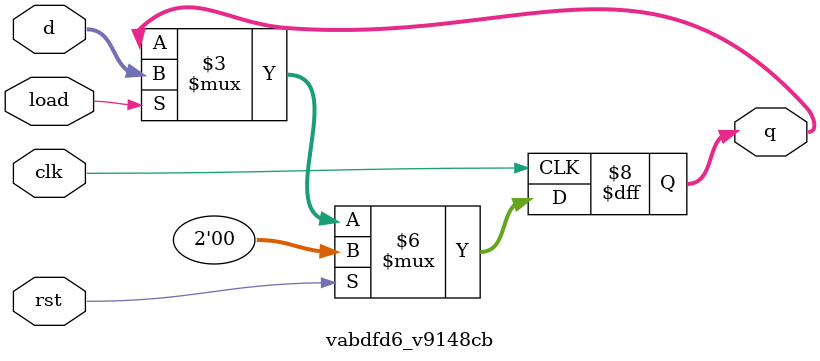
<source format=v>

`default_nettype none

module main #(
 parameter v2114be = 1,
 parameter v56130b = 1,
 parameter v4bafd0 = 2,
 parameter v4bfbee = 2,
 parameter vb97fc2 = 0,
 parameter v6725bc = 0,
 parameter v8d117e = 1,
 parameter vf32f30 = 1,
 parameter v57e811 = "v57e811.list",
 parameter v4ca317 = "v4ca317.list",
 parameter v89da20 = 240000-1
) (
 input vf5eb20,
 input vb5a0bc,
 input vb47e3e,
 input vd59c6a,
 input vfa88c0,
 input vclk,
 output v4adeba,
 output [3:0] v88719b,
 output vab6266,
 output [0:3] vinit
);
 localparam p0 = v89da20;
 localparam p8 = v57e811;
 localparam p14 = v2114be;
 localparam p15 = v56130b;
 localparam p17 = v2114be;
 localparam p18 = v56130b;
 localparam p20 = v2114be;
 localparam p21 = v56130b;
 localparam p23 = v2114be;
 localparam p24 = v56130b;
 localparam p26 = v4ca317;
 localparam p27 = v4bafd0;
 localparam p28 = vb97fc2;
 localparam p29 = v8d117e;
 localparam p31 = v4bfbee;
 localparam p32 = v6725bc;
 localparam p33 = vf32f30;
 wire [0:19] w1;
 wire w2;
 wire [0:19] w3;
 wire w4;
 wire [0:19] w5;
 wire [0:19] w6;
 wire [0:19] w7;
 wire w9;
 wire w10;
 wire w11;
 wire w12;
 wire w13;
 wire w16;
 wire w19;
 wire w22;
 wire [0:3] w25;
 wire [0:1] w30;
 wire [0:1] w34;
 wire w35;
 wire w36;
 wire w37;
 wire w38;
 wire w39;
 wire w40;
 wire w41;
 wire w42;
 wire w43;
 wire w44;
 wire w45;
 wire w46;
 wire w47;
 wire [0:3] w48;
 wire [0:3] w49;
 wire w50;
 assign v4adeba = w2;
 assign vab6266 = w4;
 assign w13 = vf5eb20;
 assign w16 = vb5a0bc;
 assign w19 = vd59c6a;
 assign w22 = vfa88c0;
 assign v88719b = w25;
 assign w35 = vb47e3e;
 assign w38 = vclk;
 assign w39 = vclk;
 assign w40 = vclk;
 assign w41 = vclk;
 assign w42 = vclk;
 assign w43 = vclk;
 assign w44 = vclk;
 assign w5 = w3;
 assign w37 = w36;
 assign w39 = w38;
 assign w40 = w38;
 assign w40 = w39;
 assign w41 = w38;
 assign w41 = w39;
 assign w41 = w40;
 assign w42 = w38;
 assign w42 = w39;
 assign w42 = w40;
 assign w42 = w41;
 assign w43 = w38;
 assign w43 = w39;
 assign w43 = w40;
 assign w43 = w41;
 assign w43 = w42;
 assign w44 = w38;
 assign w44 = w39;
 assign w44 = w40;
 assign w44 = w41;
 assign w44 = w42;
 assign w44 = w43;
 assign w48 = w25;
 assign w49 = w25;
 assign w49 = w48;
 v95d0ae #(
  .vc5c8ea(p0)
 ) v93cc1c (
  .v2531bd(w1)
 );
 v82aaa0 v0b7853 (
  .vb2cfec(w1),
  .vb319d4(w3),
  .v6dda25(w38)
 );
 v1bc657 v610f98 (
  .v4642b6(w2),
  .v0e4f6c(w3),
  .v0a4fd8(w6)
 );
 v1bc657 vbd0afc (
  .v4642b6(w4),
  .v0e4f6c(w5),
  .v0a4fd8(w7)
 );
 ve2cdb0 #(
  .vb36a78(p8)
 ) v65d18b (
  .vfde47f(w6),
  .v851180(w48)
 );
 ve2cdb0 #(
  .vb36a78(p26)
 ) v73d4e9 (
  .vfde47f(w7),
  .v851180(w49)
 );
 v84f0a1 vd747a1 (
  .vd84a57(w9),
  .vf8041d(w10),
  .vee8a83(w11),
  .v03aaf0(w12),
  .v11bca5(w25)
 );
 v0dbcb9 v241234 (
  .v3f8943(w9),
  .v64d863(w10),
  .v8b19dd(w30)
 );
 v0dbcb9 v70900d (
  .v3f8943(w11),
  .v64d863(w12),
  .v8b19dd(w34)
 );
 v888484 #(
  .v9d2d5b(p14),
  .v42e61f(p15)
 ) vf812ff (
  .vd9601b(w13),
  .vfde3d7(w39),
  .v64879c(w45)
 );
 v888484 #(
  .v9d2d5b(p17),
  .v42e61f(p18)
 ) v09fc70 (
  .vd9601b(w16),
  .vfde3d7(w40),
  .v64879c(w47)
 );
 v888484 #(
  .v9d2d5b(p20),
  .v42e61f(p21)
 ) vdde0e5 (
  .vd9601b(w19),
  .vfde3d7(w41),
  .v64879c(w46)
 );
 v888484 #(
  .v9d2d5b(p23),
  .v42e61f(p24)
 ) v61e9ab (
  .vd9601b(w22),
  .vfde3d7(w42),
  .v64879c(w50)
 );
 v5a86f8 #(
  .v7245c7(p27),
  .vd63c4a(p28),
  .v4365a5(p29)
 ) v44e8ff (
  .v585e5b(w30),
  .v83e697(w36),
  .v64da9b(w43),
  .v27dec4(w46),
  .v7e359d(w50)
 );
 v5a86f8 #(
  .v7245c7(p31),
  .vd63c4a(p32),
  .v4365a5(p33)
 ) vdb54dd (
  .v585e5b(w34),
  .v83e697(w37),
  .v64da9b(w44),
  .v7e359d(w45),
  .v27dec4(w47)
 );
 v3676a0 vc4b84c (
  .v0e28cb(w35),
  .vcbab45(w36)
 );
 assign vinit = 4'b0000;
endmodule

//---- Top entity
module v95d0ae #(
 parameter vc5c8ea = 0
) (
 output [19:0] v2531bd
);
 localparam p0 = vc5c8ea;
 wire [0:19] w1;
 assign v2531bd = w1;
 v95d0ae_v465065 #(
  .VALUE(p0)
 ) v465065 (
  .k(w1)
 );
endmodule

//---------------------------------------------------
//-- 20-bits-gen-constant
//-- - - - - - - - - - - - - - - - - - - - - - - - --
//-- Generic: 20-bits generic constant
//---------------------------------------------------

module v95d0ae_v465065 #(
 parameter VALUE = 0
) (
 output [19:0] k
);
 assign k = VALUE;
endmodule
//---- Top entity
module v82aaa0 (
 input v6dda25,
 input [19:0] vb2cfec,
 output [19:0] vb319d4,
 output ve37344
);
 wire [0:19] w0;
 wire w1;
 wire [0:19] w2;
 wire [0:19] w3;
 wire w4;
 wire w5;
 assign w1 = v6dda25;
 assign vb319d4 = w2;
 assign w3 = vb2cfec;
 assign ve37344 = w4;
 assign w2 = w0;
 assign w5 = w4;
 v2d3c65 v55c934 (
  .v545b15(w0),
  .v6dda25(w1),
  .ve556f1(w5)
 );
 vb9ddd5 v90643f (
  .v07eb94(w0),
  .vdb40a4(w3),
  .v4642b6(w4)
 );
endmodule

//---------------------------------------------------
//-- syscounter-M-20bits
//-- - - - - - - - - - - - - - - - - - - - - - - - --
//-- syscounter-M-20-bits: 2-bits Module M Syscounter
//---------------------------------------------------
//---- Top entity
module v2d3c65 (
 input v6dda25,
 input ve556f1,
 output [19:0] v545b15,
 output ve37344
);
 wire w0;
 wire [0:19] w1;
 wire [0:19] w2;
 wire w3;
 wire [0:19] w4;
 wire w5;
 assign w0 = ve556f1;
 assign w3 = v6dda25;
 assign v545b15 = w4;
 assign ve37344 = w5;
 assign w4 = w1;
 v8c6884 vfba29e (
  .v782748(w0),
  .v1be022(w1),
  .vf06540(w2),
  .v6dda25(w3)
 );
 vd98b4e v91c0a7 (
  .v4ad898(w1),
  .vd1d627(w2),
  .v4642b6(w5)
 );
endmodule

//---------------------------------------------------
//-- syscounter-rst-16bits CLONE
//-- - - - - - - - - - - - - - - - - - - - - - - - --
//-- 16-bits Syscounter with reset
//---------------------------------------------------
//---- Top entity
module v8c6884 (
 input v6dda25,
 input v782748,
 input [19:0] vf06540,
 output [19:0] v1be022
);
 wire [0:19] w0;
 wire [0:15] w1;
 wire [0:3] w2;
 wire [0:19] w3;
 wire [0:3] w4;
 wire [0:15] w5;
 wire w6;
 wire w7;
 wire w8;
 wire w9;
 assign w0 = vf06540;
 assign v1be022 = w3;
 assign w6 = v6dda25;
 assign w7 = v6dda25;
 assign w8 = v782748;
 assign w9 = v782748;
 assign w7 = w6;
 assign w9 = w8;
 v5c75f6 v9f7443 (
  .v4de61b(w2),
  .v50034e(w4),
  .v6dda25(w6),
  .v782748(w8)
 );
 vafdfd8 vae4b72 (
  .v0bc190(w0),
  .vb68a0b(w1),
  .vd8e8a3(w2)
 );
 vbc711b v5796e0 (
  .vc320da(w1),
  .v3f90b8(w5),
  .v6dda25(w7),
  .v782748(w9)
 );
 vdecca3 v0ddafc (
  .v2e2bd0(w3),
  .v55cd06(w4),
  .vbf8961(w5)
 );
endmodule

//---------------------------------------------------
//-- DFF-rst-x20
//-- - - - - - - - - - - - - - - - - - - - - - - - --
//-- DFF-rst-x20: 20 D flip-flops in paralell with reset
//---------------------------------------------------
//---- Top entity
module v5c75f6 (
 input v6dda25,
 input v782748,
 input [3:0] v4de61b,
 output [3:0] v50034e
);
 wire w0;
 wire w1;
 wire w2;
 wire w3;
 wire w4;
 wire w5;
 wire [0:3] w6;
 wire [0:3] w7;
 wire w8;
 wire w9;
 wire w10;
 wire w11;
 wire w12;
 wire w13;
 wire w14;
 wire w15;
 wire w16;
 wire w17;
 assign w6 = v4de61b;
 assign v50034e = w7;
 assign w10 = v6dda25;
 assign w11 = v6dda25;
 assign w12 = v6dda25;
 assign w13 = v6dda25;
 assign w14 = v782748;
 assign w15 = v782748;
 assign w16 = v782748;
 assign w17 = v782748;
 assign w11 = w10;
 assign w12 = w10;
 assign w12 = w11;
 assign w13 = w10;
 assign w13 = w11;
 assign w13 = w12;
 assign w15 = w14;
 assign w16 = w14;
 assign w16 = w15;
 assign w17 = w14;
 assign w17 = w15;
 assign w17 = w16;
 vc4f23a v4b1225 (
  .v3f8943(w2),
  .v64d863(w3),
  .vda577d(w4),
  .v985fcb(w6),
  .v4f1fd3(w8)
 );
 v84f0a1 v6491fd (
  .v03aaf0(w0),
  .vee8a83(w1),
  .vf8041d(w5),
  .v11bca5(w7),
  .vd84a57(w9)
 );
 v2be0f8 v10a04f (
  .v4642b6(w0),
  .vf354ee(w3),
  .vd53b77(w13),
  .v27dec4(w17)
 );
 v2be0f8 v7d9648 (
  .v4642b6(w1),
  .vf354ee(w2),
  .vd53b77(w12),
  .v27dec4(w16)
 );
 v2be0f8 v004b14 (
  .vf354ee(w4),
  .v4642b6(w5),
  .vd53b77(w11),
  .v27dec4(w15)
 );
 v2be0f8 v8aa818 (
  .vf354ee(w8),
  .v4642b6(w9),
  .vd53b77(w10),
  .v27dec4(w14)
 );
endmodule

//---------------------------------------------------
//-- DFF-rst-x04
//-- - - - - - - - - - - - - - - - - - - - - - - - --
//-- DFF-rst-x04: Three D flip-flops in paralell with reset
//---------------------------------------------------
//---- Top entity
module vc4f23a (
 input [3:0] v985fcb,
 output v4f1fd3,
 output vda577d,
 output v3f8943,
 output v64d863
);
 wire w0;
 wire w1;
 wire w2;
 wire w3;
 wire [0:3] w4;
 assign v3f8943 = w0;
 assign v64d863 = w1;
 assign vda577d = w2;
 assign v4f1fd3 = w3;
 assign w4 = v985fcb;
 vc4f23a_v9a2a06 v9a2a06 (
  .o1(w0),
  .o0(w1),
  .o2(w2),
  .o3(w3),
  .i(w4)
 );
endmodule

//---------------------------------------------------
//-- Bus4-Split-all
//-- - - - - - - - - - - - - - - - - - - - - - - - --
//-- Bus4-Split-all: Split the 4-bits bus into its wires
//---------------------------------------------------

module vc4f23a_v9a2a06 (
 input [3:0] i,
 output o3,
 output o2,
 output o1,
 output o0
);
 assign o3 = i[3];
 assign o2 = i[2];
 assign o1 = i[1];
 assign o0 = i[0];
endmodule
//---- Top entity
module v84f0a1 (
 input vd84a57,
 input vf8041d,
 input vee8a83,
 input v03aaf0,
 output [3:0] v11bca5
);
 wire w0;
 wire w1;
 wire w2;
 wire w3;
 wire [0:3] w4;
 assign w0 = vee8a83;
 assign w1 = v03aaf0;
 assign w2 = vf8041d;
 assign w3 = vd84a57;
 assign v11bca5 = w4;
 v84f0a1_v9a2a06 v9a2a06 (
  .i1(w0),
  .i0(w1),
  .i2(w2),
  .i3(w3),
  .o(w4)
 );
endmodule

//---------------------------------------------------
//-- Bus4-Join-all
//-- - - - - - - - - - - - - - - - - - - - - - - - --
//-- Bus4-Join-all: Join all the wires into a 4-bits Bus
//---------------------------------------------------

module v84f0a1_v9a2a06 (
 input i3,
 input i2,
 input i1,
 input i0,
 output [3:0] o
);
 assign o = {i3, i2, i1, i0};
 
endmodule
//---- Top entity
module v2be0f8 #(
 parameter vbd3217 = 0
) (
 input vd53b77,
 input v27dec4,
 input vf354ee,
 output v4642b6
);
 localparam p5 = vbd3217;
 wire w0;
 wire w1;
 wire w2;
 wire w3;
 wire w4;
 wire w6;
 assign w2 = v27dec4;
 assign w3 = vf354ee;
 assign v4642b6 = w4;
 assign w6 = vd53b77;
 v3676a0 v7539bf (
  .vcbab45(w1),
  .v0e28cb(w2)
 );
 vba518e vfe8158 (
  .vcbab45(w0),
  .v0e28cb(w1),
  .v3ca442(w3)
 );
 v053dc2 #(
  .v71e305(p5)
 ) vd104a4 (
  .vf54559(w0),
  .ve8318d(w4),
  .va4102a(w6)
 );
endmodule

//---------------------------------------------------
//-- DFF-rst-x01
//-- - - - - - - - - - - - - - - - - - - - - - - - --
//-- DFF-rst-x01: D Flip flop with reset input. When rst=1, the DFF is 0
//---------------------------------------------------
//---- Top entity
module v3676a0 (
 input v0e28cb,
 output vcbab45
);
 wire w0;
 wire w1;
 assign w0 = v0e28cb;
 assign vcbab45 = w1;
 v3676a0_vd54ca1 vd54ca1 (
  .a(w0),
  .q(w1)
 );
endmodule

//---------------------------------------------------
//-- NOT
//-- - - - - - - - - - - - - - - - - - - - - - - - --
//-- NOT gate (Verilog implementation)
//---------------------------------------------------

module v3676a0_vd54ca1 (
 input a,
 output q
);
 //-- NOT Gate
 assign q = ~a;
 
 
endmodule
//---- Top entity
module vba518e (
 input v0e28cb,
 input v3ca442,
 output vcbab45
);
 wire w0;
 wire w1;
 wire w2;
 assign w0 = v0e28cb;
 assign w1 = v3ca442;
 assign vcbab45 = w2;
 vba518e_vf4938a vf4938a (
  .a(w0),
  .b(w1),
  .c(w2)
 );
endmodule

//---------------------------------------------------
//-- AND2
//-- - - - - - - - - - - - - - - - - - - - - - - - --
//-- Two bits input And gate
//---------------------------------------------------

module vba518e_vf4938a (
 input a,
 input b,
 output c
);
 //-- AND gate
 //-- Verilog implementation
 
 assign c = a & b;
 
endmodule
//---- Top entity
module v053dc2 #(
 parameter v71e305 = 0
) (
 input va4102a,
 input vf54559,
 output ve8318d
);
 localparam p2 = v71e305;
 wire w0;
 wire w1;
 wire w3;
 assign w0 = va4102a;
 assign ve8318d = w1;
 assign w3 = vf54559;
 v053dc2_vb8adf8 #(
  .INI(p2)
 ) vb8adf8 (
  .clk(w0),
  .q(w1),
  .d(w3)
 );
endmodule

//---------------------------------------------------
//-- DFF
//-- - - - - - - - - - - - - - - - - - - - - - - - --
//-- D Flip-flop (verilog implementation)
//---------------------------------------------------

module v053dc2_vb8adf8 #(
 parameter INI = 0
) (
 input clk,
 input d,
 output q
);
 //-- Initial value
 reg q = INI;
 
 //-- Capture the input data  
 //-- on the rising edge of  
 //-- the system clock
 always @(posedge clk)
   q <= d;
endmodule
//---- Top entity
module vafdfd8 (
 input [19:0] v0bc190,
 output [3:0] vd8e8a3,
 output [15:0] vb68a0b
);
 wire [0:15] w0;
 wire [0:3] w1;
 wire [0:19] w2;
 assign vb68a0b = w0;
 assign vd8e8a3 = w1;
 assign w2 = v0bc190;
 vafdfd8_v9a2a06 v9a2a06 (
  .o0(w0),
  .o1(w1),
  .i(w2)
 );
endmodule

//---------------------------------------------------
//-- Bus20-Split-4-16
//-- - - - - - - - - - - - - - - - - - - - - - - - --
//-- Bus20-Split-4-16: Split the 20-bits bus into two buses of 4 and 16 wires
//---------------------------------------------------

module vafdfd8_v9a2a06 (
 input [19:0] i,
 output [3:0] o1,
 output [15:0] o0
);
 assign o1 = i[19:16];
 assign o0 = i[15:0];
endmodule
//---- Top entity
module vbc711b (
 input v6dda25,
 input v782748,
 input [15:0] vc320da,
 output [15:0] v3f90b8
);
 wire [0:15] w0;
 wire [0:15] w1;
 wire [0:3] w2;
 wire [0:3] w3;
 wire [0:3] w4;
 wire [0:3] w5;
 wire [0:3] w6;
 wire [0:3] w7;
 wire [0:3] w8;
 wire [0:3] w9;
 wire w10;
 wire w11;
 wire w12;
 wire w13;
 wire w14;
 wire w15;
 wire w16;
 wire w17;
 assign w0 = vc320da;
 assign v3f90b8 = w1;
 assign w10 = v6dda25;
 assign w11 = v6dda25;
 assign w12 = v6dda25;
 assign w13 = v6dda25;
 assign w14 = v782748;
 assign w15 = v782748;
 assign w16 = v782748;
 assign w17 = v782748;
 assign w11 = w10;
 assign w12 = w10;
 assign w12 = w11;
 assign w13 = w10;
 assign w13 = w11;
 assign w13 = w12;
 assign w15 = w14;
 assign w16 = w14;
 assign w16 = w15;
 assign w17 = w14;
 assign w17 = w15;
 assign w17 = w16;
 v5c75f6 vbdef88 (
  .v4de61b(w2),
  .v50034e(w6),
  .v6dda25(w13),
  .v782748(w17)
 );
 v5c75f6 v6188f9 (
  .v4de61b(w3),
  .v50034e(w7),
  .v6dda25(w12),
  .v782748(w16)
 );
 v852bc8 vd47660 (
  .v91b9c1(w0),
  .v527ffb(w2),
  .v71a717(w3),
  .v0b337e(w4),
  .vfc89f9(w5)
 );
 v401a28 v3ef916 (
  .v14a530(w1),
  .vcc76e8(w6),
  .vd531e6(w7),
  .v7ef7d6(w8),
  .v1447f2(w9)
 );
 v5c75f6 v9f7443 (
  .v4de61b(w4),
  .v50034e(w8),
  .v6dda25(w11),
  .v782748(w15)
 );
 v5c75f6 vd2d6b6 (
  .v4de61b(w5),
  .v50034e(w9),
  .v6dda25(w10),
  .v782748(w14)
 );
endmodule

//---------------------------------------------------
//-- DFF-rst-x16
//-- - - - - - - - - - - - - - - - - - - - - - - - --
//-- DFF-rst-x16: 16 D flip-flops in paralell with reset
//---------------------------------------------------
//---- Top entity
module v852bc8 (
 input [15:0] v91b9c1,
 output [3:0] vfc89f9,
 output [3:0] v0b337e,
 output [3:0] v71a717,
 output [3:0] v527ffb
);
 wire [0:15] w0;
 wire [0:3] w1;
 wire [0:3] w2;
 wire [0:3] w3;
 wire [0:3] w4;
 assign w0 = v91b9c1;
 assign v527ffb = w1;
 assign v71a717 = w2;
 assign v0b337e = w3;
 assign vfc89f9 = w4;
 v852bc8_v9a2a06 v9a2a06 (
  .i(w0),
  .o0(w1),
  .o1(w2),
  .o2(w3),
  .o3(w4)
 );
endmodule

//---------------------------------------------------
//-- Bus16-Split-quarter
//-- - - - - - - - - - - - - - - - - - - - - - - - --
//-- Bus16-Split-quarter: Split the 16-bits bus into four buses of the same size
//---------------------------------------------------

module v852bc8_v9a2a06 (
 input [15:0] i,
 output [3:0] o3,
 output [3:0] o2,
 output [3:0] o1,
 output [3:0] o0
);
 assign o3 = i[15:12];
 assign o2 = i[11:8];
 assign o1 = i[7:4];
 assign o0 = i[3:0];
endmodule
//---- Top entity
module v401a28 (
 input [3:0] v1447f2,
 input [3:0] v7ef7d6,
 input [3:0] vd531e6,
 input [3:0] vcc76e8,
 output [15:0] v14a530
);
 wire [0:15] w0;
 wire [0:3] w1;
 wire [0:3] w2;
 wire [0:3] w3;
 wire [0:3] w4;
 assign v14a530 = w0;
 assign w1 = vcc76e8;
 assign w2 = vd531e6;
 assign w3 = v7ef7d6;
 assign w4 = v1447f2;
 v401a28_v9a2a06 v9a2a06 (
  .o(w0),
  .i0(w1),
  .i1(w2),
  .i2(w3),
  .i3(w4)
 );
endmodule

//---------------------------------------------------
//-- Bus16-Join-quarter
//-- - - - - - - - - - - - - - - - - - - - - - - - --
//-- Bus16-Join-quarter: Join the four same buses into an 16-bits Bus
//---------------------------------------------------

module v401a28_v9a2a06 (
 input [3:0] i3,
 input [3:0] i2,
 input [3:0] i1,
 input [3:0] i0,
 output [15:0] o
);
 assign o = {i3, i2, i1, i0};
 
endmodule
//---- Top entity
module vdecca3 (
 input [3:0] v55cd06,
 input [15:0] vbf8961,
 output [19:0] v2e2bd0
);
 wire [0:19] w0;
 wire [0:15] w1;
 wire [0:3] w2;
 assign v2e2bd0 = w0;
 assign w1 = vbf8961;
 assign w2 = v55cd06;
 vdecca3_v9a2a06 v9a2a06 (
  .o(w0),
  .i0(w1),
  .i1(w2)
 );
endmodule

//---------------------------------------------------
//-- Bus20-Join-4-16
//-- - - - - - - - - - - - - - - - - - - - - - - - --
//-- Bus20-Join-half: Join the two buses into an 20-bits Bus
//---------------------------------------------------

module vdecca3_v9a2a06 (
 input [3:0] i1,
 input [15:0] i0,
 output [19:0] o
);
 assign o = {i1, i0};
 
endmodule
//---- Top entity
module vd98b4e #(
 parameter v6c5139 = 1
) (
 input [19:0] v4ad898,
 output v4642b6,
 output [19:0] vd1d627
);
 localparam p1 = v6c5139;
 wire w0;
 wire [0:19] w2;
 wire [0:19] w3;
 assign v4642b6 = w0;
 assign w2 = v4ad898;
 assign vd1d627 = w3;
 vf09b6a #(
  .vd73390(p1)
 ) v13dd2b (
  .v4642b6(w0),
  .vf0a425(w2),
  .va63e91(w3)
 );
endmodule

//---------------------------------------------------
//-- Inc1-20bits
//-- - - - - - - - - - - - - - - - - - - - - - - - --
//-- Inc1-20bit: Increment a 20-bits number by one
//---------------------------------------------------
//---- Top entity
module vf09b6a #(
 parameter vd73390 = 0
) (
 input [19:0] vf0a425,
 output v4642b6,
 output [19:0] va63e91
);
 localparam p1 = vd73390;
 wire w0;
 wire [0:19] w2;
 wire [0:19] w3;
 wire [0:19] w4;
 assign v4642b6 = w0;
 assign w3 = vf0a425;
 assign va63e91 = w4;
 v4e3dc9 vb19a98 (
  .v4642b6(w0),
  .ve4715b(w2),
  .v4895ee(w3),
  .vd66696(w4)
 );
 v95d0ae #(
  .vc5c8ea(p1)
 ) v1ff9a2 (
  .v2531bd(w2)
 );
endmodule

//---------------------------------------------------
//-- AdderK-16bits CLONE
//-- - - - - - - - - - - - - - - - - - - - - - - - --
//-- AdderK-16bit: Adder of 16-bit operand and 16-bit constant
//---------------------------------------------------
//---- Top entity
module v4e3dc9 (
 input [19:0] ve4715b,
 input [19:0] v4895ee,
 output v4642b6,
 output [19:0] vd66696
);
 wire w0;
 wire [0:7] w1;
 wire [0:7] w2;
 wire [0:11] w3;
 wire [0:19] w4;
 wire [0:19] w5;
 wire [0:11] w6;
 wire w7;
 wire w8;
 wire [0:3] w9;
 wire [0:15] w10;
 wire [0:19] w11;
 wire [0:3] w12;
 wire [0:3] w13;
 wire [0:7] w14;
 wire [0:7] w15;
 wire [0:7] w16;
 wire [0:7] w17;
 assign w4 = v4895ee;
 assign w5 = ve4715b;
 assign v4642b6 = w8;
 assign vd66696 = w11;
 vcb23aa v8e0bba (
  .v4642b6(w0),
  .v62bf25(w2),
  .v39966a(w16),
  .veb2f59(w17)
 );
 vc3c498 v917bbf (
  .vb9cfc3(w0),
  .veeaa8e(w1),
  .v4642b6(w7),
  .v45c6ee(w14),
  .v20212e(w15)
 );
 v8cc49c v03c3e3 (
  .vb334ae(w1),
  .v2b8a97(w2),
  .v14a530(w10)
 );
 v0f6c39 v672b5a (
  .vb09d88(w3),
  .v0bc190(w4),
  .ve1a6e8(w17)
 );
 vc97ea6 v91419d (
  .v1215c2(w3),
  .v51ed6c(w13),
  .vc673c0(w15)
 );
 v0f6c39 vc7e44e (
  .v0bc190(w5),
  .vb09d88(w6),
  .ve1a6e8(w16)
 );
 vc97ea6 vda03c3 (
  .v1215c2(w6),
  .v51ed6c(w12),
  .vc673c0(w14)
 );
 va1ce30 v32065a (
  .vb9cfc3(w7),
  .v4642b6(w8),
  .v817794(w9),
  .v0550b6(w12),
  .v24708e(w13)
 );
 vdecca3 v23cb4f (
  .v55cd06(w9),
  .vbf8961(w10),
  .v2e2bd0(w11)
 );
endmodule

//---------------------------------------------------
//-- Adder-20bits
//-- - - - - - - - - - - - - - - - - - - - - - - - --
//-- Adder-20bits: Adder of two operands of 20 bits
//---------------------------------------------------
//---- Top entity
module vcb23aa (
 input [7:0] v39966a,
 input [7:0] veb2f59,
 output v4642b6,
 output [7:0] v62bf25
);
 wire [0:7] w0;
 wire [0:7] w1;
 wire [0:3] w2;
 wire [0:3] w3;
 wire [0:7] w4;
 wire w5;
 wire w6;
 wire [0:3] w7;
 wire [0:3] w8;
 wire [0:3] w9;
 wire [0:3] w10;
 assign w0 = veb2f59;
 assign w1 = v39966a;
 assign v62bf25 = w4;
 assign v4642b6 = w5;
 v6bdcd9 vd88c66 (
  .vcc8c7c(w0),
  .v651522(w9),
  .v2cc41f(w10)
 );
 v6bdcd9 v26a0bb (
  .vcc8c7c(w1),
  .v651522(w7),
  .v2cc41f(w8)
 );
 v25966b v9ea427 (
  .v817794(w3),
  .v4642b6(w6),
  .v0550b6(w8),
  .v24708e(w10)
 );
 vafb28f vc75346 (
  .v515fe7(w2),
  .v3c88fc(w3),
  .va9ac17(w4)
 );
 va1ce30 v40c17f (
  .v817794(w2),
  .v4642b6(w5),
  .vb9cfc3(w6),
  .v0550b6(w7),
  .v24708e(w9)
 );
endmodule

//---------------------------------------------------
//-- Adder-8bits
//-- - - - - - - - - - - - - - - - - - - - - - - - --
//-- Adder-8bits: Adder of two operands of 8 bits
//---------------------------------------------------
//---- Top entity
module v6bdcd9 (
 input [7:0] vcc8c7c,
 output [3:0] v651522,
 output [3:0] v2cc41f
);
 wire [0:3] w0;
 wire [0:3] w1;
 wire [0:7] w2;
 assign v651522 = w0;
 assign v2cc41f = w1;
 assign w2 = vcc8c7c;
 v6bdcd9_v9a2a06 v9a2a06 (
  .o1(w0),
  .o0(w1),
  .i(w2)
 );
endmodule

//---------------------------------------------------
//-- Bus8-Split-half
//-- - - - - - - - - - - - - - - - - - - - - - - - --
//-- Bus8-Split-half: Split the 8-bits bus into two buses of the same size
//---------------------------------------------------

module v6bdcd9_v9a2a06 (
 input [7:0] i,
 output [3:0] o1,
 output [3:0] o0
);
 assign o1 = i[7:4];
 assign o0 = i[3:0];
endmodule
//---- Top entity
module v25966b (
 input [3:0] v0550b6,
 input [3:0] v24708e,
 output v4642b6,
 output [3:0] v817794
);
 wire w0;
 wire w1;
 wire w2;
 wire w3;
 wire w4;
 wire [0:3] w5;
 wire [0:3] w6;
 wire [0:3] w7;
 wire w8;
 wire w9;
 wire w10;
 wire w11;
 wire w12;
 wire w13;
 wire w14;
 wire w15;
 wire w16;
 wire w17;
 wire w18;
 assign w5 = v24708e;
 assign w6 = v0550b6;
 assign v817794 = w7;
 assign v4642b6 = w9;
 v1ea21d vdbe125 (
  .v4642b6(w0),
  .v8e8a67(w2),
  .v27dec4(w15),
  .v82de4f(w18)
 );
 vad119b vb8ad86 (
  .v0ef266(w0),
  .v8e8a67(w1),
  .v4642b6(w3),
  .v27dec4(w14),
  .v82de4f(w17)
 );
 vad119b v5d29b2 (
  .v0ef266(w3),
  .v8e8a67(w4),
  .v4642b6(w8),
  .v27dec4(w12),
  .v82de4f(w16)
 );
 vc4f23a vf4a6ff (
  .v985fcb(w5),
  .v4f1fd3(w13),
  .vda577d(w16),
  .v3f8943(w17),
  .v64d863(w18)
 );
 vc4f23a v9d4632 (
  .v985fcb(w6),
  .v4f1fd3(w11),
  .vda577d(w12),
  .v3f8943(w14),
  .v64d863(w15)
 );
 v84f0a1 v140dbf (
  .vee8a83(w1),
  .v03aaf0(w2),
  .vf8041d(w4),
  .v11bca5(w7),
  .vd84a57(w10)
 );
 vad119b v5c5937 (
  .v0ef266(w8),
  .v4642b6(w9),
  .v8e8a67(w10),
  .v27dec4(w11),
  .v82de4f(w13)
 );
endmodule

//---------------------------------------------------
//-- Adder-4bits
//-- - - - - - - - - - - - - - - - - - - - - - - - --
//-- Adder-4bits: Adder of two operands of 4 bits
//---------------------------------------------------
//---- Top entity
module v1ea21d (
 input v27dec4,
 input v82de4f,
 output v4642b6,
 output v8e8a67
);
 wire w0;
 wire w1;
 wire w2;
 wire w3;
 wire w4;
 assign w0 = v82de4f;
 assign w1 = v27dec4;
 assign v4642b6 = w3;
 assign v8e8a67 = w4;
 vad119b vb820a1 (
  .v82de4f(w0),
  .v27dec4(w1),
  .v0ef266(w2),
  .v4642b6(w3),
  .v8e8a67(w4)
 );
 vd30ca9 v23ebb6 (
  .v9fb85f(w2)
 );
endmodule

//---------------------------------------------------
//-- Adder-1bit
//-- - - - - - - - - - - - - - - - - - - - - - - - --
//-- Adder-1bit: Adder of two operands of 1 bit
//---------------------------------------------------
//---- Top entity
module vad119b (
 input v27dec4,
 input v82de4f,
 input v0ef266,
 output v4642b6,
 output v8e8a67
);
 wire w0;
 wire w1;
 wire w2;
 wire w3;
 wire w4;
 wire w5;
 wire w6;
 wire w7;
 wire w8;
 wire w9;
 wire w10;
 wire w11;
 assign v8e8a67 = w1;
 assign v4642b6 = w5;
 assign w6 = v27dec4;
 assign w7 = v27dec4;
 assign w8 = v82de4f;
 assign w9 = v82de4f;
 assign w10 = v0ef266;
 assign w11 = v0ef266;
 assign w2 = w0;
 assign w7 = w6;
 assign w9 = w8;
 assign w11 = w10;
 vd12401 v2e3d9f (
  .vcbab45(w0),
  .v0e28cb(w7),
  .v3ca442(w9)
 );
 vd12401 vb50462 (
  .v0e28cb(w0),
  .vcbab45(w1),
  .v3ca442(w11)
 );
 vba518e v4882f4 (
  .v3ca442(w2),
  .vcbab45(w3),
  .v0e28cb(w10)
 );
 vba518e v8fcf41 (
  .vcbab45(w4),
  .v0e28cb(w6),
  .v3ca442(w8)
 );
 v873425 vc5b8b9 (
  .v3ca442(w3),
  .v0e28cb(w4),
  .vcbab45(w5)
 );
endmodule

//---------------------------------------------------
//-- AdderC-1bit
//-- - - - - - - - - - - - - - - - - - - - - - - - --
//-- AdderC-1bit: Adder of two operands of 1 bit plus the carry in
//---------------------------------------------------
//---- Top entity
module vd12401 (
 input v0e28cb,
 input v3ca442,
 output vcbab45
);
 wire w0;
 wire w1;
 wire w2;
 assign w0 = v0e28cb;
 assign w1 = v3ca442;
 assign vcbab45 = w2;
 vd12401_vf4938a vf4938a (
  .a(w0),
  .b(w1),
  .c(w2)
 );
endmodule

//---------------------------------------------------
//-- XOR2
//-- - - - - - - - - - - - - - - - - - - - - - - - --
//-- XOR gate: two bits input xor gate
//---------------------------------------------------

module vd12401_vf4938a (
 input a,
 input b,
 output c
);
 //-- XOR gate
 //-- Verilog implementation
 
 assign c = a ^ b;
 
endmodule
//---- Top entity
module v873425 (
 input v0e28cb,
 input v3ca442,
 output vcbab45
);
 wire w0;
 wire w1;
 wire w2;
 assign w0 = v0e28cb;
 assign w1 = v3ca442;
 assign vcbab45 = w2;
 v873425_vf4938a vf4938a (
  .a(w0),
  .b(w1),
  .c(w2)
 );
endmodule

//---------------------------------------------------
//-- OR2
//-- - - - - - - - - - - - - - - - - - - - - - - - --
//-- OR2: Two bits input OR gate
//---------------------------------------------------

module v873425_vf4938a (
 input a,
 input b,
 output c
);
 //-- OR Gate
 //-- Verilog implementation
 
 assign c = a | b;
 
 
endmodule
//---- Top entity
module vd30ca9 (
 output v9fb85f
);
 wire w0;
 assign v9fb85f = w0;
 vd30ca9_vb2eccd vb2eccd (
  .q(w0)
 );
endmodule

//---------------------------------------------------
//-- bit-0
//-- - - - - - - - - - - - - - - - - - - - - - - - --
//-- Constant bit 0
//---------------------------------------------------

module vd30ca9_vb2eccd (
 output q
);
 //-- Constant bit-0
 assign q = 1'b0;
 
 
endmodule
//---- Top entity
module vafb28f (
 input [3:0] v515fe7,
 input [3:0] v3c88fc,
 output [7:0] va9ac17
);
 wire [0:7] w0;
 wire [0:3] w1;
 wire [0:3] w2;
 assign va9ac17 = w0;
 assign w1 = v515fe7;
 assign w2 = v3c88fc;
 vafb28f_v9a2a06 v9a2a06 (
  .o(w0),
  .i1(w1),
  .i0(w2)
 );
endmodule

//---------------------------------------------------
//-- Bus8-Join-half
//-- - - - - - - - - - - - - - - - - - - - - - - - --
//-- Bus8-Join-half: Join the two same halves into an 8-bits Bus
//---------------------------------------------------

module vafb28f_v9a2a06 (
 input [3:0] i1,
 input [3:0] i0,
 output [7:0] o
);
 assign o = {i1, i0};
 
endmodule
//---- Top entity
module va1ce30 (
 input [3:0] v0550b6,
 input [3:0] v24708e,
 input vb9cfc3,
 output v4642b6,
 output [3:0] v817794
);
 wire w0;
 wire w1;
 wire w2;
 wire w3;
 wire w4;
 wire [0:3] w5;
 wire [0:3] w6;
 wire [0:3] w7;
 wire w8;
 wire w9;
 wire w10;
 wire w11;
 wire w12;
 wire w13;
 wire w14;
 wire w15;
 wire w16;
 wire w17;
 wire w18;
 wire w19;
 assign w5 = v24708e;
 assign w6 = v0550b6;
 assign v817794 = w7;
 assign v4642b6 = w9;
 assign w11 = vb9cfc3;
 vad119b vb8ad86 (
  .v0ef266(w0),
  .v8e8a67(w1),
  .v4642b6(w3),
  .v27dec4(w15),
  .v82de4f(w18)
 );
 vad119b v5d29b2 (
  .v0ef266(w3),
  .v8e8a67(w4),
  .v4642b6(w8),
  .v27dec4(w13),
  .v82de4f(w17)
 );
 vc4f23a vf4a6ff (
  .v985fcb(w5),
  .v4f1fd3(w14),
  .vda577d(w17),
  .v3f8943(w18),
  .v64d863(w19)
 );
 vc4f23a v9d4632 (
  .v985fcb(w6),
  .v4f1fd3(w12),
  .vda577d(w13),
  .v3f8943(w15),
  .v64d863(w16)
 );
 v84f0a1 v140dbf (
  .vee8a83(w1),
  .v03aaf0(w2),
  .vf8041d(w4),
  .v11bca5(w7),
  .vd84a57(w10)
 );
 vad119b v5c5937 (
  .v0ef266(w8),
  .v4642b6(w9),
  .v8e8a67(w10),
  .v27dec4(w12),
  .v82de4f(w14)
 );
 vad119b v3599be (
  .v4642b6(w0),
  .v8e8a67(w2),
  .v0ef266(w11),
  .v27dec4(w16),
  .v82de4f(w19)
 );
endmodule

//---------------------------------------------------
//-- AdderC-4bits
//-- - - - - - - - - - - - - - - - - - - - - - - - --
//-- AdderC-4bits: Adder of two operands of 4 bits and Carry in
//---------------------------------------------------
//---- Top entity
module vc3c498 (
 input [7:0] v45c6ee,
 input [7:0] v20212e,
 input vb9cfc3,
 output v4642b6,
 output [7:0] veeaa8e
);
 wire w0;
 wire w1;
 wire [0:7] w2;
 wire [0:7] w3;
 wire [0:7] w4;
 wire [0:3] w5;
 wire [0:3] w6;
 wire w7;
 wire [0:3] w8;
 wire [0:3] w9;
 wire [0:3] w10;
 wire [0:3] w11;
 assign w1 = vb9cfc3;
 assign w2 = v45c6ee;
 assign w3 = v20212e;
 assign veeaa8e = w4;
 assign v4642b6 = w7;
 v6bdcd9 v8d795a (
  .vcc8c7c(w3),
  .v651522(w10),
  .v2cc41f(w11)
 );
 v6bdcd9 v23dbc5 (
  .vcc8c7c(w2),
  .v651522(w8),
  .v2cc41f(w9)
 );
 vafb28f vef3a58 (
  .va9ac17(w4),
  .v3c88fc(w5),
  .v515fe7(w6)
 );
 va1ce30 v0ff71a (
  .v4642b6(w0),
  .vb9cfc3(w1),
  .v817794(w5),
  .v0550b6(w9),
  .v24708e(w11)
 );
 va1ce30 v12f94f (
  .vb9cfc3(w0),
  .v817794(w6),
  .v4642b6(w7),
  .v0550b6(w8),
  .v24708e(w10)
 );
endmodule

//---------------------------------------------------
//-- AdderC-8bits
//-- - - - - - - - - - - - - - - - - - - - - - - - --
//-- AdderC-8bits: Adder of two operands of 8 bits and Carry in
//---------------------------------------------------
//---- Top entity
module v8cc49c (
 input [7:0] vb334ae,
 input [7:0] v2b8a97,
 output [15:0] v14a530
);
 wire [0:15] w0;
 wire [0:7] w1;
 wire [0:7] w2;
 assign v14a530 = w0;
 assign w1 = v2b8a97;
 assign w2 = vb334ae;
 v8cc49c_v9a2a06 v9a2a06 (
  .o(w0),
  .i0(w1),
  .i1(w2)
 );
endmodule

//---------------------------------------------------
//-- Bus16-Join-half
//-- - - - - - - - - - - - - - - - - - - - - - - - --
//-- Bus16-Join-half: Join the two same halves into an 16-bits Bus
//---------------------------------------------------

module v8cc49c_v9a2a06 (
 input [7:0] i1,
 input [7:0] i0,
 output [15:0] o
);
 assign o = {i1, i0};
 
endmodule
//---- Top entity
module v0f6c39 (
 input [19:0] v0bc190,
 output [11:0] vb09d88,
 output [7:0] ve1a6e8
);
 wire [0:19] w0;
 wire [0:7] w1;
 wire [0:11] w2;
 assign w0 = v0bc190;
 assign ve1a6e8 = w1;
 assign vb09d88 = w2;
 v0f6c39_v9a2a06 v9a2a06 (
  .i(w0),
  .o0(w1),
  .o1(w2)
 );
endmodule

//---------------------------------------------------
//-- Bus20-Split-12-8
//-- - - - - - - - - - - - - - - - - - - - - - - - --
//-- Bus20-Split-8-12: Split the 20-bits bus into two buses of 8 and 12 wires
//---------------------------------------------------

module v0f6c39_v9a2a06 (
 input [19:0] i,
 output [11:0] o1,
 output [7:0] o0
);
 assign o1 = i[19:8];
 assign o0 = i[7:0];
endmodule
//---- Top entity
module vc97ea6 (
 input [11:0] v1215c2,
 output [3:0] v51ed6c,
 output [7:0] vc673c0
);
 wire [0:3] w0;
 wire [0:11] w1;
 wire [0:7] w2;
 assign v51ed6c = w0;
 assign w1 = v1215c2;
 assign vc673c0 = w2;
 vc97ea6_v9a2a06 v9a2a06 (
  .o1(w0),
  .i(w1),
  .o0(w2)
 );
endmodule

//---------------------------------------------------
//-- Bus12-Split-4-8
//-- - - - - - - - - - - - - - - - - - - - - - - - --
//-- Bus12-Split-4-8: Split the 12-bits bus into two buses of 4 and 8 wires
//---------------------------------------------------

module vc97ea6_v9a2a06 (
 input [11:0] i,
 output [3:0] o1,
 output [7:0] o0
);
 
 assign o1 = i[11:8];
 assign o0 = i[7:0];
endmodule
//---- Top entity
module vb9ddd5 (
 input [19:0] vdb40a4,
 input [19:0] v07eb94,
 output v4642b6
);
 wire w0;
 wire [0:19] w1;
 wire [0:19] w2;
 wire w3;
 wire w4;
 wire w5;
 wire [0:3] w6;
 wire [0:7] w7;
 wire [0:7] w8;
 wire [0:3] w9;
 wire [0:7] w10;
 wire [0:7] w11;
 assign v4642b6 = w0;
 assign w1 = v07eb94;
 assign w2 = vdb40a4;
 vb2762a vb6832a (
  .v4642b6(w3),
  .v715730(w8),
  .vf191e6(w11)
 );
 vb2762a v302658 (
  .v4642b6(w4),
  .v715730(w7),
  .vf191e6(w10)
 );
 v2dbbdf vb63230 (
  .v0bc190(w1),
  .v906d8f(w9),
  .v89b162(w10),
  .ve1a6e8(w11)
 );
 v2dbbdf veb4dc0 (
  .v0bc190(w2),
  .v906d8f(w6),
  .v89b162(w7),
  .ve1a6e8(w8)
 );
 v438230 vc72070 (
  .v4642b6(w5),
  .v693354(w6),
  .v5369cd(w9)
 );
 vae245c v9196c7 (
  .vcbab45(w0),
  .v3ca442(w3),
  .v0e28cb(w4),
  .v033bf6(w5)
 );
endmodule

//---------------------------------------------------
//-- comp2-20bits
//-- - - - - - - - - - - - - - - - - - - - - - - - --
//-- Comp2-20bit: Comparator of two 20-bit numbers
//---------------------------------------------------
//---- Top entity
module vb2762a (
 input [7:0] v715730,
 input [7:0] vf191e6,
 output v4642b6
);
 wire w0;
 wire w1;
 wire w2;
 wire [0:7] w3;
 wire [0:7] w4;
 wire [0:3] w5;
 wire [0:3] w6;
 wire [0:3] w7;
 wire [0:3] w8;
 assign v4642b6 = w0;
 assign w3 = v715730;
 assign w4 = vf191e6;
 v438230 v577a36 (
  .v4642b6(w2),
  .v693354(w6),
  .v5369cd(w8)
 );
 vba518e v707c6e (
  .vcbab45(w0),
  .v0e28cb(w1),
  .v3ca442(w2)
 );
 v6bdcd9 v921a9f (
  .vcc8c7c(w4),
  .v651522(w7),
  .v2cc41f(w8)
 );
 v6bdcd9 v8cfa4d (
  .vcc8c7c(w3),
  .v651522(w5),
  .v2cc41f(w6)
 );
 v438230 vfc1765 (
  .v4642b6(w1),
  .v693354(w5),
  .v5369cd(w7)
 );
endmodule

//---------------------------------------------------
//-- comp2-8bits
//-- - - - - - - - - - - - - - - - - - - - - - - - --
//-- Comp2-8bit: Comparator of two 8-bit numbers
//---------------------------------------------------
//---- Top entity
module v438230 (
 input [3:0] v693354,
 input [3:0] v5369cd,
 output v4642b6
);
 wire w0;
 wire [0:3] w1;
 wire [0:3] w2;
 wire w3;
 wire w4;
 wire w5;
 wire w6;
 wire w7;
 wire w8;
 wire w9;
 wire w10;
 wire w11;
 wire w12;
 wire w13;
 wire w14;
 assign v4642b6 = w0;
 assign w1 = v693354;
 assign w2 = v5369cd;
 v23b15b v09a5a5 (
  .v4642b6(w3),
  .v27dec4(w12),
  .v6848e9(w14)
 );
 v23b15b vc1b29d (
  .v4642b6(w4),
  .v27dec4(w11),
  .v6848e9(w13)
 );
 v23b15b vcd27ce (
  .v4642b6(w5),
  .v27dec4(w9),
  .v6848e9(w10)
 );
 vc4f23a vea9c80 (
  .v985fcb(w1),
  .v4f1fd3(w7),
  .vda577d(w9),
  .v3f8943(w11),
  .v64d863(w12)
 );
 vc4f23a va7dcdc (
  .v985fcb(w2),
  .v4f1fd3(w8),
  .vda577d(w10),
  .v3f8943(w13),
  .v64d863(w14)
 );
 v23b15b va0849c (
  .v4642b6(w6),
  .v27dec4(w7),
  .v6848e9(w8)
 );
 veffd42 v6e3e65 (
  .vcbab45(w0),
  .v3ca442(w3),
  .v0e28cb(w4),
  .v033bf6(w5),
  .v9eb652(w6)
 );
endmodule

//---------------------------------------------------
//-- comp2-4bits
//-- - - - - - - - - - - - - - - - - - - - - - - - --
//-- Comp2-4bit: Comparator of two 4-bit numbers
//---------------------------------------------------
//---- Top entity
module v23b15b (
 input v27dec4,
 input v6848e9,
 output v4642b6
);
 wire w0;
 wire w1;
 wire w2;
 wire w3;
 assign w1 = v27dec4;
 assign v4642b6 = w2;
 assign w3 = v6848e9;
 vd12401 v955b2b (
  .vcbab45(w0),
  .v0e28cb(w1),
  .v3ca442(w3)
 );
 v3676a0 vf92936 (
  .v0e28cb(w0),
  .vcbab45(w2)
 );
endmodule

//---------------------------------------------------
//-- comp2-1bit
//-- - - - - - - - - - - - - - - - - - - - - - - - --
//-- Comp2-1bit: Comparator of two 1-bit numbers
//---------------------------------------------------
//---- Top entity
module veffd42 (
 input v9eb652,
 input v033bf6,
 input v0e28cb,
 input v3ca442,
 output vcbab45
);
 wire w0;
 wire w1;
 wire w2;
 wire w3;
 wire w4;
 wire w5;
 wire w6;
 assign w0 = v3ca442;
 assign w1 = v9eb652;
 assign w2 = v033bf6;
 assign w3 = v0e28cb;
 assign vcbab45 = w4;
 vba518e vf3ef0f (
  .v3ca442(w0),
  .v0e28cb(w3),
  .vcbab45(w6)
 );
 vba518e vdcc53d (
  .v0e28cb(w1),
  .v3ca442(w2),
  .vcbab45(w5)
 );
 vba518e v17ac22 (
  .vcbab45(w4),
  .v0e28cb(w5),
  .v3ca442(w6)
 );
endmodule

//---------------------------------------------------
//-- AND4
//-- - - - - - - - - - - - - - - - - - - - - - - - --
//-- Three bits input And gate
//---------------------------------------------------
//---- Top entity
module v2dbbdf (
 input [19:0] v0bc190,
 output [3:0] v906d8f,
 output [7:0] v89b162,
 output [7:0] ve1a6e8
);
 wire [0:19] w0;
 wire [0:7] w1;
 wire [0:7] w2;
 wire [0:3] w3;
 assign w0 = v0bc190;
 assign ve1a6e8 = w1;
 assign v89b162 = w2;
 assign v906d8f = w3;
 v2dbbdf_v9a2a06 v9a2a06 (
  .i(w0),
  .o0(w1),
  .o1(w2),
  .o2(w3)
 );
endmodule

//---------------------------------------------------
//-- Bus20-Split-4-8-8
//-- - - - - - - - - - - - - - - - - - - - - - - - --
//-- Bus20-Split-4-8-8: Split the 20-bits bus into three buses of 4, 8 and 8 wires
//---------------------------------------------------

module v2dbbdf_v9a2a06 (
 input [19:0] i,
 output [3:0] o2,
 output [7:0] o1,
 output [7:0] o0
);
 assign o2 = i[19:16];
 assign o1 = i[15:8];
 assign o0 = i[7:0];
endmodule
//---- Top entity
module vae245c (
 input v033bf6,
 input v0e28cb,
 input v3ca442,
 output vcbab45
);
 wire w0;
 wire w1;
 wire w2;
 wire w3;
 wire w4;
 assign w0 = v033bf6;
 assign w1 = v0e28cb;
 assign w2 = v3ca442;
 assign vcbab45 = w4;
 vba518e v19b5b0 (
  .v0e28cb(w0),
  .v3ca442(w1),
  .vcbab45(w3)
 );
 vba518e vf3ef0f (
  .v3ca442(w2),
  .v0e28cb(w3),
  .vcbab45(w4)
 );
endmodule

//---------------------------------------------------
//-- AND3
//-- - - - - - - - - - - - - - - - - - - - - - - - --
//-- Three bits input And gate
//---------------------------------------------------
//---- Top entity
module v1bc657 (
 input [19:0] v0e4f6c,
 input [19:0] v0a4fd8,
 output v4642b6
);
 wire [0:19] w0;
 wire [0:19] w1;
 wire w2;
 assign w0 = v0e4f6c;
 assign w1 = v0a4fd8;
 assign v4642b6 = w2;
 v1bc657_v863693 v863693 (
  .a(w0),
  .b(w1),
  .o(w2)
 );
endmodule

//---------------------------------------------------
//-- less-eq-20bits
//-- - - - - - - - - - - - - - - - - - - - - - - - --
//-- Less-eq-20bit: Comparator of two 20-bit numbers
//---------------------------------------------------

module v1bc657_v863693 (
 input [19:0] a,
 input [19:0] b,
 output o
);
 assign o = (a <= b);
endmodule
//---- Top entity
module ve2cdb0 #(
 parameter vb36a78 = "vb36a78.list"
) (
 input [3:0] v851180,
 output [19:0] vfde47f
);
 localparam p0 = vb36a78;
 wire [0:3] w1;
 wire [0:19] w2;
 assign w1 = v851180;
 assign vfde47f = w2;
 ve2cdb0_v361fe9 #(
  .DATA(p0)
 ) v361fe9 (
  .i(w1),
  .q(w2)
 );
endmodule

//---------------------------------------------------
//-- mi-tabla4-20
//-- - - - - - - - - - - - - - - - - - - - - - - - --
//-- Circuito combinacional de 4 entradas y 20 salidas
//---------------------------------------------------

module ve2cdb0_v361fe9 #(
 parameter DATA = 0
) (
 input [3:0] i,
 output [19:0] q
);
 
 //-- Bits del bus de entrada
 localparam N = 4;
 
 //-- Bits del bus de salida
 localparam M = 20;
 
 //-- Calcular tamaño de la tabla
 //-- (filas) segun los bits de entrada
 localparam TAM = 2 ** N;
 
 //-- Definición de la tabla
 //-- Tabla de TAM elementos de M bits
 reg [M-1:0] tabla[0:TAM-1];
 
 //-- Read the table
 assign q = tabla[i];
 
 //-- Init table from DATA parameters
 initial begin
   if (DATA) $readmemh(DATA, tabla);
 end
endmodule
//---- Top entity
module v0dbcb9 (
 input [1:0] v8b19dd,
 output v3f8943,
 output v64d863
);
 wire w0;
 wire w1;
 wire [0:1] w2;
 assign v3f8943 = w0;
 assign v64d863 = w1;
 assign w2 = v8b19dd;
 v0dbcb9_v9a2a06 v9a2a06 (
  .o1(w0),
  .o0(w1),
  .i(w2)
 );
endmodule

//---------------------------------------------------
//-- Bus2-Split-all
//-- - - - - - - - - - - - - - - - - - - - - - - - --
//-- Bus2-Split-all: Split the 2-bits bus into two wires
//---------------------------------------------------

module v0dbcb9_v9a2a06 (
 input [1:0] i,
 output o1,
 output o0
);
 assign o1 = i[1];
 assign o0 = i[0];
endmodule
//---- Top entity
module v888484 #(
 parameter v9d2d5b = 0,
 parameter v42e61f = 0
) (
 input vfde3d7,
 input vd9601b,
 output v157a67,
 output v64879c
);
 localparam p4 = v9d2d5b;
 localparam p5 = v42e61f;
 wire w0;
 wire w1;
 wire w2;
 wire w3;
 wire w6;
 wire w7;
 assign w0 = vd9601b;
 assign v157a67 = w1;
 assign v64879c = w3;
 assign w6 = vfde3d7;
 assign w7 = vfde3d7;
 assign w2 = w1;
 assign w7 = w6;
 v31e84e v9cfc0f (
  .ve78ab8(w2),
  .v3487af(w3),
  .ved8395(w7)
 );
 v0b641d #(
  .v17ea21(p4),
  .v803182(p5)
 ) v6ca512 (
  .v27dec4(w0),
  .v4642b6(w1),
  .v25ab12(w6)
 );
endmodule

//---------------------------------------------------
//-- Button-tic
//-- - - - - - - - - - - - - - - - - - - - - - - - --
//-- Button-tic: Configurable button that emits a tic when it is pressed
//---------------------------------------------------
//---- Top entity
module v31e84e (
 input ved8395,
 input ve78ab8,
 output v3487af
);
 wire w0;
 wire w1;
 wire w2;
 wire w3;
 wire w4;
 wire w5;
 assign w0 = ve78ab8;
 assign w1 = ved8395;
 assign w4 = ve78ab8;
 assign v3487af = w5;
 assign w4 = w0;
 v053dc2 v1bde40 (
  .vf54559(w0),
  .va4102a(w1),
  .ve8318d(w2)
 );
 v3676a0 v9d4cda (
  .v0e28cb(w2),
  .vcbab45(w3)
 );
 vba518e v57aa83 (
  .v0e28cb(w3),
  .v3ca442(w4),
  .vcbab45(w5)
 );
endmodule

//---------------------------------------------------
//-- Rising-edge-detector
//-- - - - - - - - - - - - - - - - - - - - - - - - --
//-- Rising-edge detector. It generates a 1-period pulse (tic) when a rising edge is detected on the input
//---------------------------------------------------
//---- Top entity
module v0b641d #(
 parameter v17ea21 = 0,
 parameter v803182 = 0
) (
 input v25ab12,
 input v27dec4,
 output v4642b6
);
 localparam p2 = v803182;
 localparam p4 = v17ea21;
 wire w0;
 wire w1;
 wire w3;
 wire w5;
 wire w6;
 wire w7;
 wire w8;
 assign v4642b6 = w5;
 assign w6 = v27dec4;
 assign w7 = v25ab12;
 assign w8 = v25ab12;
 assign w8 = w7;
 v6c3aff #(
  .v2fb6e5(p4)
 ) v67ee04 (
  .v758f58(w0),
  .vedbc89(w6)
 );
 vf718a5 v5e6bb3 (
  .v6a82dd(w3),
  .vd4e5d7(w5),
  .v444878(w8)
 );
 vdc93d6 v71ab2a (
  .ve7f5e6(w0),
  .v3c12b5(w1),
  .v717e81(w7)
 );
 vad96dc #(
  .v6a9fe4(p2)
 ) vc0a9e9 (
  .v27dec4(w1),
  .v4642b6(w3)
 );
endmodule

//---------------------------------------------------
//-- Button
//-- - - - - - - - - - - - - - - - - - - - - - - - --
//-- Configurable button (pull-up on/off. Not on/off)
//---------------------------------------------------
//---- Top entity
module v6c3aff #(
 parameter v2fb6e5 = 1
) (
 input vedbc89,
 output v758f58
);
 localparam p2 = v2fb6e5;
 wire w0;
 wire w1;
 assign w0 = vedbc89;
 assign v758f58 = w1;
 v6c3aff_v34955f #(
  .ON(p2)
 ) v34955f (
  .i(w0),
  .o(w1)
 );
endmodule

//---------------------------------------------------
//-- Pull-upx1
//-- - - - - - - - - - - - - - - - - - - - - - - - --
//-- FPGA internal pull-up configuration on the input port
//---------------------------------------------------

module v6c3aff_v34955f #(
 parameter ON = 0
) (
 input i,
 output o
);
 // 1-Pull up
 
 //-- Place the IO block, configured as  
 //-- input with pull-up
 SB_IO
   #(
     .PIN_TYPE(6'b 1010_01),
     
     //-- The pull-up is activated or not
     //-- depeding on the ON parameter
     .PULLUP(ON)
     
   ) input_pin (
 
     //--- Input pin
     .PACKAGE_PIN(i),
     
     //-- Block output
     .D_IN_0(o),
     
     //-- Configured as input
     .OUTPUT_ENABLE(1'b0),
     
     //-- Not used
     .D_OUT_0(1'b0)
   );
endmodule
//---- Top entity
module vf718a5 (
 input v444878,
 input v6a82dd,
 output vd4e5d7
);
 wire w0;
 wire w1;
 wire w2;
 wire w3;
 wire w4;
 wire w5;
 wire w6;
 wire w7;
 assign w2 = v444878;
 assign w3 = v444878;
 assign w4 = v444878;
 assign vd4e5d7 = w5;
 assign w6 = v6a82dd;
 assign w7 = v6a82dd;
 assign w3 = w2;
 assign w4 = w2;
 assign w4 = w3;
 assign w7 = w6;
 v93adf6 ve5d8ab (
  .v9afc1f(w0),
  .va4102a(w2),
  .ve8318d(w5),
  .vf54559(w6)
 );
 v413e4a v93d042 (
  .ve37344(w0),
  .ve556f1(w1),
  .v6dda25(w3)
 );
 v332488 vf5eed3 (
  .v3487af(w1),
  .ved8395(w4),
  .ve78ab8(w7)
 );
endmodule

//---------------------------------------------------
//-- Debouncer-x01
//-- - - - - - - - - - - - - - - - - - - - - - - - --
//-- Remove the rebound on a mechanical switch
//---------------------------------------------------
//---- Top entity
module v93adf6 #(
 parameter v71e305 = 0
) (
 input va4102a,
 input vf54559,
 input v9afc1f,
 output ve8318d
);
 localparam p2 = v71e305;
 wire w0;
 wire w1;
 wire w3;
 wire w4;
 assign w0 = va4102a;
 assign ve8318d = w1;
 assign w3 = vf54559;
 assign w4 = v9afc1f;
 v93adf6_vb8adf8 #(
  .INI(p2)
 ) vb8adf8 (
  .clk(w0),
  .q(w1),
  .d(w3),
  .load(w4)
 );
endmodule

//---------------------------------------------------
//-- Reg-1bit
//-- - - - - - - - - - - - - - - - - - - - - - - - --
//-- 1bit register (implemented in verilog)
//---------------------------------------------------

module v93adf6_vb8adf8 #(
 parameter INI = 0
) (
 input clk,
 input d,
 input load,
 output q
);
 reg q = INI;
 
 always @(posedge clk)
   if (load)
     q <= d;
endmodule
//---- Top entity
module v413e4a (
 input v6dda25,
 input ve556f1,
 output [15:0] v49911e,
 output ve37344
);
 wire w0;
 wire [0:15] w1;
 wire [0:15] w2;
 wire w3;
 wire [0:15] w4;
 wire w5;
 assign w0 = ve556f1;
 assign w3 = v6dda25;
 assign v49911e = w4;
 assign ve37344 = w5;
 assign w4 = w1;
 vbc711b v8fa00b (
  .v782748(w0),
  .v3f90b8(w1),
  .vc320da(w2),
  .v6dda25(w3)
 );
 v8ecd59 v9392cd (
  .v2f9d57(w1),
  .vd7988b(w2),
  .v4642b6(w5)
 );
endmodule

//---------------------------------------------------
//-- syscounter-rst-16bits
//-- - - - - - - - - - - - - - - - - - - - - - - - --
//-- 16-bits Syscounter with reset
//---------------------------------------------------
//---- Top entity
module v8ecd59 #(
 parameter v6c5139 = 1
) (
 input [15:0] v2f9d57,
 output v4642b6,
 output [15:0] vd7988b
);
 localparam p1 = v6c5139;
 wire w0;
 wire [0:15] w2;
 wire [0:15] w3;
 assign v4642b6 = w0;
 assign w2 = v2f9d57;
 assign vd7988b = w3;
 v265696 #(
  .vd73390(p1)
 ) v76123a (
  .v4642b6(w0),
  .v36f2dd(w2),
  .vc068fb(w3)
 );
endmodule

//---------------------------------------------------
//-- Inc1-16bits
//-- - - - - - - - - - - - - - - - - - - - - - - - --
//-- Inc1-16bit: Increment a 16-bits number by one
//---------------------------------------------------
//---- Top entity
module v265696 #(
 parameter vd73390 = 0
) (
 input [15:0] v36f2dd,
 output v4642b6,
 output [15:0] vc068fb
);
 localparam p1 = vd73390;
 wire w0;
 wire [0:15] w2;
 wire [0:15] w3;
 wire [0:15] w4;
 assign v4642b6 = w0;
 assign w3 = v36f2dd;
 assign vc068fb = w4;
 v651fa3 #(
  .vc5c8ea(p1)
 ) vdd8fa2 (
  .vcd9338(w2)
 );
 vbc66d7 vce7ab7 (
  .v4642b6(w0),
  .v1489e0(w2),
  .v603a9a(w3),
  .v2c4251(w4)
 );
endmodule

//---------------------------------------------------
//-- AdderK-16bits
//-- - - - - - - - - - - - - - - - - - - - - - - - --
//-- AdderK-16bit: Adder of 16-bit operand and 16-bit constant
//---------------------------------------------------
//---- Top entity
module v651fa3 #(
 parameter vc5c8ea = 0
) (
 output [15:0] vcd9338
);
 localparam p0 = vc5c8ea;
 wire [0:15] w1;
 assign vcd9338 = w1;
 v651fa3_v465065 #(
  .VALUE(p0)
 ) v465065 (
  .k(w1)
 );
endmodule

//---------------------------------------------------
//-- 16-bits-gen-constant
//-- - - - - - - - - - - - - - - - - - - - - - - - --
//-- Generic: 16-bits generic constant
//---------------------------------------------------

module v651fa3_v465065 #(
 parameter VALUE = 0
) (
 output [15:0] k
);
 assign k = VALUE;
endmodule
//---- Top entity
module vbc66d7 (
 input [15:0] v1489e0,
 input [15:0] v603a9a,
 output v4642b6,
 output [15:0] v2c4251
);
 wire w0;
 wire w1;
 wire [0:15] w2;
 wire [0:15] w3;
 wire [0:15] w4;
 wire [0:7] w5;
 wire [0:7] w6;
 wire [0:7] w7;
 wire [0:7] w8;
 wire [0:7] w9;
 wire [0:7] w10;
 assign v4642b6 = w0;
 assign w2 = v603a9a;
 assign w3 = v1489e0;
 assign v2c4251 = w4;
 v306ca3 v0a29fe (
  .v91b9c1(w2),
  .vef5eee(w9),
  .vd3ef3b(w10)
 );
 v306ca3 vb0a6ce (
  .v91b9c1(w3),
  .vef5eee(w7),
  .vd3ef3b(w8)
 );
 vcb23aa v8e0bba (
  .v4642b6(w1),
  .v62bf25(w6),
  .v39966a(w8),
  .veb2f59(w10)
 );
 vc3c498 v917bbf (
  .v4642b6(w0),
  .vb9cfc3(w1),
  .veeaa8e(w5),
  .v45c6ee(w7),
  .v20212e(w9)
 );
 v8cc49c v03c3e3 (
  .v14a530(w4),
  .vb334ae(w5),
  .v2b8a97(w6)
 );
endmodule

//---------------------------------------------------
//-- Adder-16bits
//-- - - - - - - - - - - - - - - - - - - - - - - - --
//-- Adder-16bits: Adder of two operands of 16 bits
//---------------------------------------------------
//---- Top entity
module v306ca3 (
 input [15:0] v91b9c1,
 output [7:0] vef5eee,
 output [7:0] vd3ef3b
);
 wire [0:15] w0;
 wire [0:7] w1;
 wire [0:7] w2;
 assign w0 = v91b9c1;
 assign vef5eee = w1;
 assign vd3ef3b = w2;
 v306ca3_v9a2a06 v9a2a06 (
  .i(w0),
  .o1(w1),
  .o0(w2)
 );
endmodule

//---------------------------------------------------
//-- Bus16-Split-half
//-- - - - - - - - - - - - - - - - - - - - - - - - --
//-- Bus16-Split-half: Split the 16-bits bus into two buses of the same size
//---------------------------------------------------

module v306ca3_v9a2a06 (
 input [15:0] i,
 output [7:0] o1,
 output [7:0] o0
);
 assign o1 = i[15:8];
 assign o0 = i[7:0];
endmodule
//---- Top entity
module v332488 (
 input ved8395,
 input ve78ab8,
 output v3487af
);
 wire w0;
 wire w1;
 wire w2;
 wire w3;
 wire w4;
 assign w0 = ve78ab8;
 assign w1 = ved8395;
 assign v3487af = w2;
 assign w4 = ve78ab8;
 assign w4 = w0;
 vd12401 v456da5 (
  .vcbab45(w2),
  .v0e28cb(w3),
  .v3ca442(w4)
 );
 v053dc2 vdfab80 (
  .vf54559(w0),
  .va4102a(w1),
  .ve8318d(w3)
 );
endmodule

//---------------------------------------------------
//-- Edges-detector
//-- - - - - - - - - - - - - - - - - - - - - - - - --
//-- Edges detector. It generates a 1-period pulse (tic) when either a rising edge or a falling edge is detected on the input
//---------------------------------------------------
//---- Top entity
module vdc93d6 (
 input v717e81,
 input ve7f5e6,
 output v3c12b5
);
 wire w0;
 wire w1;
 wire w2;
 wire w3;
 wire w4;
 assign w0 = ve7f5e6;
 assign v3c12b5 = w2;
 assign w3 = v717e81;
 assign w4 = v717e81;
 assign w4 = w3;
 v053dc2 vbb75a1 (
  .vf54559(w0),
  .ve8318d(w1),
  .va4102a(w4)
 );
 v053dc2 vf6c433 (
  .vf54559(w1),
  .ve8318d(w2),
  .va4102a(w3)
 );
endmodule

//---------------------------------------------------
//-- Sync-x01
//-- - - - - - - - - - - - - - - - - - - - - - - - --
//-- Sync 1-bit input with the system clock domain
//---------------------------------------------------
//---- Top entity
module vad96dc #(
 parameter v6a9fe4 = 0
) (
 input v27dec4,
 output v4642b6
);
 localparam p0 = v6a9fe4;
 wire w1;
 wire w2;
 wire w3;
 assign w2 = v27dec4;
 assign v4642b6 = w3;
 vd12401 v5b01c7 (
  .v0e28cb(w1),
  .v3ca442(w2),
  .vcbab45(w3)
 );
 v6b14d5 #(
  .vc5c8ea(p0)
 ) v94e17e (
  .v268bfc(w1)
 );
endmodule

//---------------------------------------------------
//-- not-wire-x01
//-- - - - - - - - - - - - - - - - - - - - - - - - --
//-- Select positive or negative logic for the input (0=positive, 1=negative)
//---------------------------------------------------
//---- Top entity
module v6b14d5 #(
 parameter vc5c8ea = 0
) (
 output v268bfc
);
 localparam p0 = vc5c8ea;
 wire w1;
 assign v268bfc = w1;
 v6b14d5_v465065 #(
  .VALUE(p0)
 ) v465065 (
  .k(w1)
 );
endmodule

//---------------------------------------------------
//-- 1-bit-gen-constant
//-- - - - - - - - - - - - - - - - - - - - - - - - --
//-- 1-bit generic constant (0/1)
//---------------------------------------------------

module v6b14d5_v465065 #(
 parameter VALUE = 0
) (
 output k
);
 assign k = VALUE;
endmodule
//---- Top entity
module v5a86f8 #(
 parameter v7245c7 = 3,
 parameter vd63c4a = 0,
 parameter v4365a5 = 0,
 parameter v4ae06c = 1,
 parameter vd73ba5 = -1
) (
 input v64da9b,
 input v83e697,
 input v27dec4,
 input v7e359d,
 output [1:0] v585e5b,
 output v4642b6
);
 localparam p0 = v7245c7;
 localparam p2 = vd63c4a;
 localparam p10 = v4ae06c;
 localparam p11 = vd73ba5;
 localparam p15 = v4365a5;
 wire w1;
 wire w3;
 wire [0:1] w4;
 wire w5;
 wire w6;
 wire w7;
 wire w8;
 wire w9;
 wire [0:1] w12;
 wire w13;
 wire w14;
 wire [0:1] w16;
 wire [0:1] w17;
 wire [0:1] w18;
 wire [0:1] w19;
 wire [0:1] w20;
 wire w21;
 wire w22;
 wire [0:1] w23;
 wire w24;
 wire w25;
 wire w26;
 assign w8 = v27dec4;
 assign w9 = v7e359d;
 assign v585e5b = w12;
 assign v4642b6 = w14;
 assign w21 = v64da9b;
 assign w22 = v64da9b;
 assign w24 = v83e697;
 assign w13 = w6;
 assign w17 = w12;
 assign w18 = w12;
 assign w18 = w17;
 assign w19 = w12;
 assign w19 = w17;
 assign w19 = w18;
 assign w20 = w12;
 assign w20 = w17;
 assign w20 = w18;
 assign w20 = w19;
 assign w22 = w21;
 v975cb2 #(
  .v16d6b8(p0)
 ) vac80cd (
  .v18e78c(w1),
  .vea9fae(w19)
 );
 vb2090f vca3c68 (
  .v0e28cb(w1),
  .v3ca442(w8),
  .vcbab45(w25)
 );
 vae2422 #(
  .v16d6b8(p2)
 ) v1f8898 (
  .v18e78c(w3),
  .vea9fae(w20)
 );
 vb2090f vb16a78 (
  .v0e28cb(w3),
  .v3ca442(w9),
  .vcbab45(w26)
 );
 veebee1 v10a720 (
  .v7fb9b3(w4),
  .v50d6c6(w5),
  .vc9d156(w16),
  .v340b68(w23)
 );
 vaa7742 v587b0e (
  .vb4d15b(w5),
  .va30e2e(w7),
  .vccf27c(w25),
  .ve229dd(w26)
 );
 v35f267 v57c556 (
  .vcbab45(w6),
  .v0e28cb(w7)
 );
 v81be9d #(
  .v8d305c(p10)
 ) v47efb9 (
  .vb5a0f8(w16),
  .v1b2204(w17)
 );
 v81be9d #(
  .v8d305c(p11)
 ) v8e8eb6 (
  .v1b2204(w18),
  .vb5a0f8(w23)
 );
 v1c7dae v8ee2bb (
  .vf54559(w13),
  .ve8318d(w14),
  .va4102a(w22)
 );
 vabdfd6 #(
  .v422d28(p15)
 ) vf5b334 (
  .v568b8a(w4),
  .vf892a0(w6),
  .va484f0(w12),
  .v41eb95(w21),
  .veb52e4(w24)
 );
endmodule

//---------------------------------------------------
//-- count-up-dn-lim-rst
//-- - - - - - - - - - - - - - - - - - - - - - - - --
//-- 2bits up-down counter with limits. Reset
//---------------------------------------------------
//---- Top entity
module v975cb2 #(
 parameter v16d6b8 = 1
) (
 input [1:0] vea9fae,
 output v18e78c
);
 localparam p1 = v16d6b8;
 wire w0;
 wire [0:1] w2;
 assign v18e78c = w0;
 assign w2 = vea9fae;
 v975cb2_vd75681 #(
  .B(p1)
 ) vd75681 (
  .eq(w0),
  .a(w2)
 );
endmodule

//---------------------------------------------------
//-- Menor-que-1-op
//-- - - - - - - - - - - - - - - - - - - - - - - - --
//-- Comparador menor que, de un operando de 2 bits
//---------------------------------------------------

module v975cb2_vd75681 #(
 parameter B = 0
) (
 input [1:0] a,
 output eq
);
 assign eq = (a < B);
endmodule
//---- Top entity
module vb2090f (
 input v0e28cb,
 input v3ca442,
 output vcbab45
);
 wire w0;
 wire w1;
 wire w2;
 assign w0 = v0e28cb;
 assign w1 = v3ca442;
 assign vcbab45 = w2;
 vb2090f_vf4938a vf4938a (
  .a(w0),
  .b(w1),
  .c(w2)
 );
endmodule

//---------------------------------------------------
//-- AND
//-- - - - - - - - - - - - - - - - - - - - - - - - --
//-- Puerta AND
//---------------------------------------------------

module vb2090f_vf4938a (
 input a,
 input b,
 output c
);
 //-- Puerta AND
 
 //-- module and (input wire a, input wire b,
 //--             output wire c);
 
 assign c = a & b;
 
 //-- endmodule
endmodule
//---- Top entity
module vae2422 #(
 parameter v16d6b8 = 1
) (
 input [1:0] vea9fae,
 output v18e78c
);
 localparam p1 = v16d6b8;
 wire w0;
 wire [0:1] w2;
 assign v18e78c = w0;
 assign w2 = vea9fae;
 vae2422_vd75681 #(
  .B(p1)
 ) vd75681 (
  .eq(w0),
  .a(w2)
 );
endmodule

//---------------------------------------------------
//-- Greather-than-2bits
//-- - - - - - - - - - - - - - - - - - - - - - - - --
//-- 2bits-Greather than comparator
//---------------------------------------------------

module vae2422_vd75681 #(
 parameter B = 0
) (
 input [1:0] a,
 output eq
);
 assign eq = (a > B);
endmodule
//---- Top entity
module veebee1 (
 input [1:0] vc9d156,
 input [1:0] v340b68,
 input v50d6c6,
 output [1:0] v7fb9b3
);
 wire w0;
 wire [0:1] w1;
 wire [0:1] w2;
 wire [0:1] w3;
 assign w0 = v50d6c6;
 assign v7fb9b3 = w1;
 assign w2 = vc9d156;
 assign w3 = v340b68;
 veebee1_ve4e0df ve4e0df (
  .sel(w0),
  .o(w1),
  .i1(w2),
  .i0(w3)
 );
endmodule

//---------------------------------------------------
//-- Mux 2 a 1 de 2 bits
//-- - - - - - - - - - - - - - - - - - - - - - - - --
//-- Multiplexor de 2 a 1 de 2 bits
//---------------------------------------------------

module veebee1_ve4e0df (
 input [1:0] i1,
 input [1:0] i0,
 input sel,
 output [1:0] o
);
 //-- Multiplexor de 2 a 1, 
 //-- de 2 bits
 
 reg [1:0] o;
 
 always @(*) begin
     case(sel)
         0: o = i0;
         1: o = i1;
         default: o = i0;
     endcase
 end
 
 
endmodule
//---- Top entity
module vaa7742 (
 input vccf27c,
 input ve229dd,
 output vb4d15b,
 output va30e2e
);
 wire w0;
 wire w1;
 wire w2;
 wire w3;
 assign w0 = ve229dd;
 assign w1 = vccf27c;
 assign vb4d15b = w2;
 assign va30e2e = w3;
 vaa7742_v4407ca v4407ca (
  .i0(w0),
  .i1(w1),
  .y(w2),
  .zero(w3)
 );
endmodule

//---------------------------------------------------
//-- Codificador-2-1
//-- - - - - - - - - - - - - - - - - - - - - - - - --
//-- Codificador de 2 a 1. La salida zero se activa cuando ninguna entrada está activada
//---------------------------------------------------

module vaa7742_v4407ca (
 input i1,
 input i0,
 output y,
 output zero
);
 //-- Codificador de 2 a 1
 
 assign zero = ({i1,i0}==2'b00);
 assign y = (i1 == 1);
 
endmodule
//---- Top entity
module v35f267 (
 input v0e28cb,
 output vcbab45
);
 wire w0;
 wire w1;
 assign w0 = v0e28cb;
 assign vcbab45 = w1;
 v35f267_vd54ca1 vd54ca1 (
  .a(w0),
  .c(w1)
 );
endmodule

//---------------------------------------------------
//-- NOT
//-- - - - - - - - - - - - - - - - - - - - - - - - --
//-- Puerta NOT
//---------------------------------------------------

module v35f267_vd54ca1 (
 input a,
 output c
);
 //-- Puerta NOT
 
 //-- module (input wire a, output wire c);
 
 
 assign c = ~a;
 
 
 //-- endmodule
 
endmodule
//---- Top entity
module v81be9d #(
 parameter v8d305c = 1
) (
 input [1:0] v1b2204,
 output [1:0] vb5a0f8
);
 localparam p0 = v8d305c;
 wire [0:1] w1;
 wire [0:1] w2;
 assign w1 = v1b2204;
 assign vb5a0f8 = w2;
 v81be9d_va0c26a #(
  .k(p0)
 ) va0c26a (
  .a(w1),
  .s(w2)
 );
endmodule

//---------------------------------------------------
//-- sum-1op-2bits
//-- - - - - - - - - - - - - - - - - - - - - - - - --
//-- Sumador de un operando de 2 bits con una constante pasada como parámetro (No hay accarreo)
//---------------------------------------------------

module v81be9d_va0c26a #(
 parameter k = 0
) (
 input [1:0] a,
 output [1:0] s
);
 assign s = a + k;
endmodule
//---- Top entity
module v1c7dae #(
 parameter v71e305 = 0
) (
 input va4102a,
 input vf54559,
 output ve8318d
);
 localparam p2 = v71e305;
 wire w0;
 wire w1;
 wire w3;
 assign w0 = va4102a;
 assign ve8318d = w1;
 assign w3 = vf54559;
 v1c7dae_vb8adf8 #(
  .INI(p2)
 ) vb8adf8 (
  .clk(w0),
  .q(w1),
  .d(w3)
 );
endmodule

//---------------------------------------------------
//-- Biestable-D
//-- - - - - - - - - - - - - - - - - - - - - - - - --
//-- Biestable de datos (Tipo D). Cuando se recibe un tic por load se captura el dato
//---------------------------------------------------

module v1c7dae_vb8adf8 #(
 parameter INI = 0
) (
 input clk,
 input d,
 output q
);
 reg q = INI;
 always @(posedge clk)
   q <= d;
endmodule
//---- Top entity
module vabdfd6 #(
 parameter v422d28 = 0
) (
 input v41eb95,
 input veb52e4,
 input [1:0] v568b8a,
 input vf892a0,
 output [1:0] va484f0
);
 localparam p0 = v422d28;
 wire w1;
 wire w2;
 wire [0:1] w3;
 wire [0:1] w4;
 wire w5;
 assign w1 = vf892a0;
 assign w2 = v41eb95;
 assign w3 = v568b8a;
 assign va484f0 = w4;
 assign w5 = veb52e4;
 vabdfd6_v9148cb #(
  .INI(p0)
 ) v9148cb (
  .load(w1),
  .clk(w2),
  .d(w3),
  .q(w4),
  .rst(w5)
 );
endmodule

//---------------------------------------------------
//-- Registro
//-- - - - - - - - - - - - - - - - - - - - - - - - --
//-- Registro de 2 bits con reset
//---------------------------------------------------

module vabdfd6_v9148cb #(
 parameter INI = 0
) (
 input clk,
 input rst,
 input [1:0] d,
 input load,
 output [1:0] q
);
 localparam N = 2;
 
 reg [N-1:0] q = INI;
 
 always @(posedge clk)
   if (rst)
     q <= INI;
   else
     if (load)
       q <= d;
endmodule

</source>
